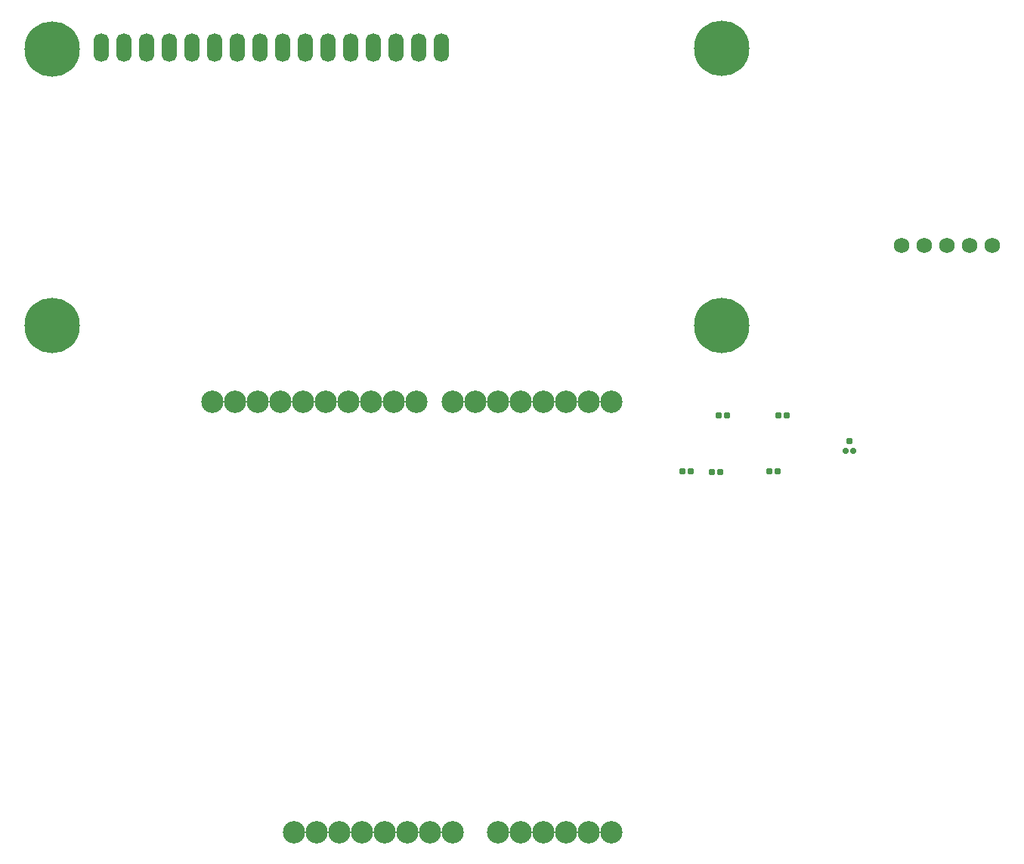
<source format=gbr>
G04*
G04 #@! TF.GenerationSoftware,Altium Limited,Altium Designer,25.1.2 (22)*
G04*
G04 Layer_Color=8388736*
%FSLAX44Y44*%
%MOMM*%
G71*
G04*
G04 #@! TF.SameCoordinates,9535EB50-0258-4A23-84A0-ABDCE19BAB1E*
G04*
G04*
G04 #@! TF.FilePolarity,Negative*
G04*
G01*
G75*
G04:AMPARAMS|DCode=21|XSize=0.7532mm|YSize=0.7032mm|CornerRadius=0.1641mm|HoleSize=0mm|Usage=FLASHONLY|Rotation=90.000|XOffset=0mm|YOffset=0mm|HoleType=Round|Shape=RoundedRectangle|*
%AMROUNDEDRECTD21*
21,1,0.7532,0.3750,0,0,90.0*
21,1,0.4250,0.7032,0,0,90.0*
1,1,0.3282,0.1875,0.2125*
1,1,0.3282,0.1875,-0.2125*
1,1,0.3282,-0.1875,-0.2125*
1,1,0.3282,-0.1875,0.2125*
%
%ADD21ROUNDEDRECTD21*%
G04:AMPARAMS|DCode=22|XSize=0.6032mm|YSize=0.6532mm|CornerRadius=0.1616mm|HoleSize=0mm|Usage=FLASHONLY|Rotation=0.000|XOffset=0mm|YOffset=0mm|HoleType=Round|Shape=RoundedRectangle|*
%AMROUNDEDRECTD22*
21,1,0.6032,0.3300,0,0,0.0*
21,1,0.2800,0.6532,0,0,0.0*
1,1,0.3232,0.1400,-0.1650*
1,1,0.3232,-0.1400,-0.1650*
1,1,0.3232,-0.1400,0.1650*
1,1,0.3232,0.1400,0.1650*
%
%ADD22ROUNDEDRECTD22*%
G04:AMPARAMS|DCode=23|XSize=0.7032mm|YSize=0.6532mm|CornerRadius=0.1691mm|HoleSize=0mm|Usage=FLASHONLY|Rotation=0.000|XOffset=0mm|YOffset=0mm|HoleType=Round|Shape=RoundedRectangle|*
%AMROUNDEDRECTD23*
21,1,0.7032,0.3150,0,0,0.0*
21,1,0.3650,0.6532,0,0,0.0*
1,1,0.3382,0.1825,-0.1575*
1,1,0.3382,-0.1825,-0.1575*
1,1,0.3382,-0.1825,0.1575*
1,1,0.3382,0.1825,0.1575*
%
%ADD23ROUNDEDRECTD23*%
%ADD24O,1.7112X3.2192*%
%ADD25C,6.2032*%
%ADD26C,1.7272*%
%ADD27C,2.5032*%
D21*
X1134800Y793750D02*
D03*
X1125800D02*
D03*
X1059070D02*
D03*
X1068070D02*
D03*
X1018430Y731520D02*
D03*
X1027430D02*
D03*
X1124690Y731520D02*
D03*
X1115590D02*
D03*
X1060660Y730250D02*
D03*
X1051560D02*
D03*
D22*
X1201230Y753710D02*
D03*
X1209230D02*
D03*
D23*
X1205230Y765210D02*
D03*
D24*
X367030Y1206500D02*
D03*
X392430D02*
D03*
X417830D02*
D03*
X443230D02*
D03*
X468630D02*
D03*
X494030D02*
D03*
X519430D02*
D03*
X544830D02*
D03*
X570230D02*
D03*
X595630D02*
D03*
X621030D02*
D03*
X646430D02*
D03*
X671830D02*
D03*
X697230D02*
D03*
X722630D02*
D03*
X748030D02*
D03*
D25*
X312030Y1204500D02*
D03*
X1062030Y1205500D02*
D03*
X312030Y894500D02*
D03*
X1062030D02*
D03*
D26*
X1365250Y984250D02*
D03*
X1339850D02*
D03*
X1263650D02*
D03*
X1289050D02*
D03*
X1314450D02*
D03*
D27*
X760810Y809020D02*
D03*
X786210D02*
D03*
X811610D02*
D03*
X837010D02*
D03*
X862410D02*
D03*
X887810D02*
D03*
X913210D02*
D03*
X938610D02*
D03*
X491570D02*
D03*
X516970D02*
D03*
X542370D02*
D03*
X567770D02*
D03*
X593170D02*
D03*
X618570D02*
D03*
X643970D02*
D03*
X669370D02*
D03*
X694770D02*
D03*
X720170D02*
D03*
X938610Y326420D02*
D03*
X913210D02*
D03*
X887810D02*
D03*
X862410D02*
D03*
X837010D02*
D03*
X811610D02*
D03*
X760810D02*
D03*
X735410D02*
D03*
X710010D02*
D03*
X684610D02*
D03*
X659210D02*
D03*
X633810D02*
D03*
X608410D02*
D03*
X583010D02*
D03*
M02*

</source>
